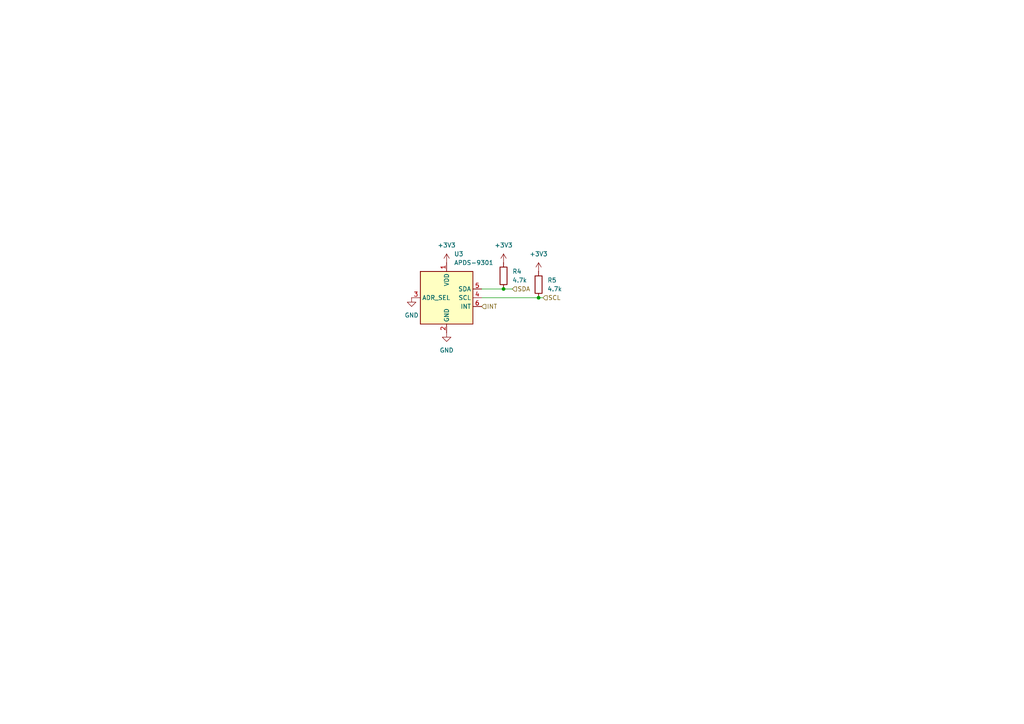
<source format=kicad_sch>
(kicad_sch (version 20250114) (generator "eeschema") (generator_version "9.0")
  (paper "A4")
  (lib_symbols
    (symbol "Device:R" (pin_numbers (hide yes)) (pin_names (offset 0))
      (property "Reference" "R" (at 2.032 0 90))
      (property "Value" "R" (at 0 0 90))
      (symbol "R_0_1"
        (rectangle (start -1.016 -2.54) (end 1.016 2.54) (stroke (width 0.254)))
      )
      (symbol "R_1_1"
        (pin passive line (at 0 3.81 270) (length 1.27) (name "~") (number "1"))
        (pin passive line (at 0 -3.81 90) (length 1.27) (name "~") (number "2"))
      )
    )
    (symbol "Sensor_Optical:APDS-9301"
      (property "Reference" "U" (at -7.62 8.89 0))
      (property "Value" "APDS-9301" (at 1.27 8.89 0))
      (symbol "APDS-9301_0_1"
        (rectangle (start -7.62 7.62) (end 7.62 -7.62) (stroke (width 0.254)) (fill (type background)))
      )
      (symbol "APDS-9301_1_1"
        (pin input line (at -10.16 0 0) (length 2.54) (name "ADR_SEL") (number "3"))
        (pin power_in line (at 0 10.16 270) (length 2.54) (name "VDD") (number "1"))
        (pin power_in line (at 0 -10.16 90) (length 2.54) (name "GND") (number "2"))
        (pin bidirectional line (at 10.16 2.54 180) (length 2.54) (name "SDA") (number "5"))
        (pin input line (at 10.16 0 180) (length 2.54) (name "SCL") (number "4"))
        (pin open_collector line (at 10.16 -2.54 180) (length 2.54) (name "INT") (number "6"))
      )
    )
    (symbol "power:+3V3" (power) (pin_numbers (hide yes)) (pin_names (offset 0) (hide yes))
      (property "Value" "+3V3" (at 0 3.556 0))
      (symbol "+3V3_0_1"
        (polyline (pts (xy -0.762 1.27) (xy 0 2.54)))
        (polyline (pts (xy 0 2.54) (xy 0.762 1.27)))
        (polyline (pts (xy 0 0) (xy 0 2.54)))
      )
      (symbol "+3V3_1_1"
        (pin power_in line (at 0 0 90) (length 0) (name "~") (number "1"))
      )
    )
    (symbol "power:GND" (power) (pin_numbers (hide yes)) (pin_names (offset 0) (hide yes))
      (property "Value" "GND" (at 0 -3.81 0))
      (symbol "GND_0_1"
        (polyline (pts (xy 0 0) (xy 0 -1.27) (xy 1.27 -1.27) (xy 0 -2.54) (xy -1.27 -1.27) (xy 0 -1.27)))
      )
      (symbol "GND_1_1"
        (pin power_in line (at 0 0 270) (length 0) (name "~") (number "1"))
      )
    )
  )
  (junction (at 146.05 83.82))
  (junction (at 156.21 86.36))
  (wire (pts (xy 146.05 83.82) (xy 139.7 83.82)))
  (wire (pts (xy 157.48 86.36) (xy 156.21 86.36)))
  (wire (pts (xy 156.21 86.36) (xy 139.7 86.36)))
  (wire (pts (xy 148.59 83.82) (xy 146.05 83.82)))
  (hierarchical_label "SDA" (shape input) (at 148.59 83.82 0))
  (hierarchical_label "SCL" (shape input) (at 157.48 86.36 0))
  (hierarchical_label "INT" (shape input) (at 139.7 88.9 0))
  (symbol (lib_id "power:GND") (at 119.38 86.36 0) (unit 1)
    (property "Reference" "#PWR020" (effects (hide yes)))
    (property "Value" "GND" (at 119.38 91.44 0))
    (property "Description" "Power symbol creates a global label with name \"GND\" , ground" (effects (hide yes)))
  )
  (symbol (lib_id "Device:R") (at 146.05 80.01 0) (unit 1)
    (property "Reference" "R4" (at 148.59 78.7399 0) (effects (justify left)))
    (property "Value" "4.7k" (at 148.59 81.2799 0) (effects (justify left)))
    (property "Footprint" "Resistor_SMD:R_0603_1608Metric" (effects (hide yes)))
    (property "Description" "Resistor" (effects (hide yes)))
  )
  (symbol (lib_id "Sensor_Optical:APDS-9301") (at 129.54 86.36 0) (unit 1)
    (property "Reference" "U3" (at 131.6833 73.66 0) (effects (justify left)))
    (property "Value" "APDS-9301" (at 131.6833 76.2 0) (effects (justify left)))
    (property "Footprint" "OptoDevice:Broadcom_APDS-9301" (effects (hide yes)))
    (property "Datasheet" "https://docs.broadcom.com/docs/AV02-2315EN" (effects (hide yes)))
    (property "Description" "ambient light sensor, i2c interface, 2.7-3.6V" (effects (hide yes)))
  )
  (symbol (lib_id "power:+3V3") (at 129.54 76.2 0) (unit 1)
    (property "Reference" "#PWR018" (effects (hide yes)))
    (property "Value" "+3V3" (at 129.54 71.12 0))
    (property "Description" "Power symbol creates a global label with name \"+3V3\"" (effects (hide yes)))
  )
  (symbol (lib_id "Device:R") (at 156.21 82.55 0) (unit 1)
    (property "Reference" "R5" (at 158.75 81.2799 0) (effects (justify left)))
    (property "Value" "4.7k" (at 158.75 83.8199 0) (effects (justify left)))
    (property "Footprint" "Resistor_SMD:R_0603_1608Metric" (effects (hide yes)))
    (property "Description" "Resistor" (effects (hide yes)))
  )
  (symbol (lib_id "power:GND") (at 129.54 96.52 0) (unit 1)
    (property "Reference" "#PWR019" (effects (hide yes)))
    (property "Value" "GND" (at 129.54 101.6 0))
    (property "Description" "Power symbol creates a global label with name \"GND\" , ground" (effects (hide yes)))
  )
  (symbol (lib_id "power:+3V3") (at 146.05 76.2 0) (unit 1)
    (property "Reference" "#PWR021" (effects (hide yes)))
    (property "Value" "+3V3" (at 146.05 71.12 0))
    (property "Description" "Power symbol creates a global label with name \"+3V3\"" (effects (hide yes)))
  )
  (symbol (lib_id "power:+3V3") (at 156.21 78.74 0) (unit 1)
    (property "Reference" "#PWR022" (effects (hide yes)))
    (property "Value" "+3V3" (at 156.21 73.66 0))
    (property "Description" "Power symbol creates a global label with name \"+3V3\"" (effects (hide yes)))
  )
)
</source>
